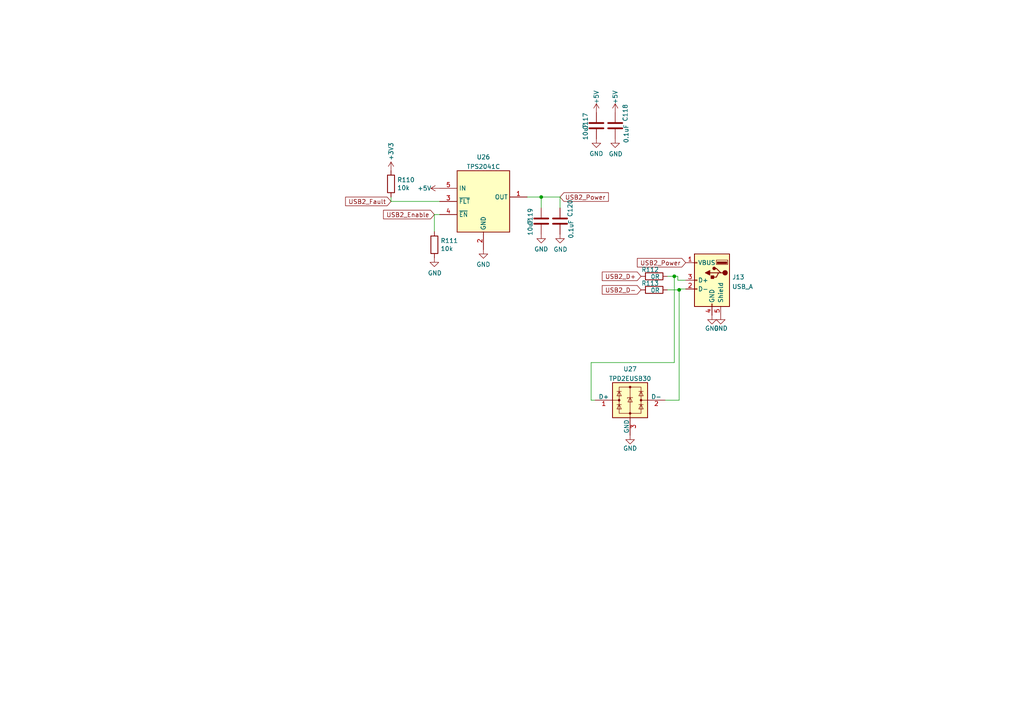
<source format=kicad_sch>
(kicad_sch (version 20211123) (generator eeschema)
  (paper "A4")
  (lib_symbols
    (symbol "Connector:USB_A" (pin_names (offset 1.016))
      (property "Reference" "J" (at -5.08 11.43 0))
      (property "Value" "USB_A" (at -5.08 8.89 0))
      (symbol "USB_A_0_1"
        (rectangle (start -5.08 -7.62) (end 5.08 7.62) (stroke (width 0.254)) (fill (type background)))
        (circle (center -3.81 2.159) (radius 0.635) (stroke (width 0.254)) (fill (type outline)))
        (rectangle (start -1.524 4.826) (end -4.318 5.334) (fill (type outline)))
        (rectangle (start -1.27 4.572) (end -4.572 5.842))
        (circle (center -0.635 3.429) (radius 0.381) (stroke (width 0.254)) (fill (type outline)))
        (rectangle (start -0.127 -7.62) (end 0.127 -6.858))
        (polyline (pts (xy -3.175 2.159) (xy -2.54 2.159) (xy -1.27 3.429) (xy -0.635 3.429)) (stroke (width 0.254)))
        (polyline (pts (xy -2.54 2.159) (xy -1.905 2.159) (xy -1.27 0.889) (xy 0 0.889)) (stroke (width 0.254)))
        (polyline (pts (xy 0.635 2.794) (xy 0.635 1.524) (xy 1.905 2.159) (xy 0.635 2.794)) (stroke (width 0.254)) (fill (type outline)))
        (rectangle (start 0.254 1.27) (end -0.508 0.508) (stroke (width 0.254)) (fill (type outline)))
        (rectangle (start 5.08 -2.667) (end 4.318 -2.413))
        (rectangle (start 5.08 -0.127) (end 4.318 0.127))
        (rectangle (start 5.08 4.953) (end 4.318 5.207))
      )
      (symbol "USB_A_1_1"
        (polyline (pts (xy -1.905 2.159) (xy 0.635 2.159)) (stroke (width 0.254)))
        (pin power_in line (at 7.62 5.08 180) (length 2.54) (name "VBUS") (number "1"))
        (pin bidirectional line (at 7.62 -2.54 180) (length 2.54) (name "D-") (number "2"))
        (pin bidirectional line (at 7.62 0 180) (length 2.54) (name "D+") (number "3"))
        (pin power_in line (at 0 -10.16 90) (length 2.54) (name "GND") (number "4"))
        (pin passive line (at -2.54 -10.16 90) (length 2.54) (name "Shield") (number "5"))
      )
    )
    (symbol "Device:C" (pin_numbers hide) (pin_names (offset 0.254))
      (property "Reference" "C" (at 0.635 2.54 0))
      (property "Value" "C" (at 0.635 -2.54 0))
      (symbol "C_0_1"
        (polyline (pts (xy -2.032 -0.762) (xy 2.032 -0.762)) (stroke (width 0.508)))
        (polyline (pts (xy -2.032 0.762) (xy 2.032 0.762)) (stroke (width 0.508)))
      )
      (symbol "C_1_1"
        (pin passive line (at 0 3.81 270) (length 2.794) (name "~") (number "1"))
        (pin passive line (at 0 -3.81 90) (length 2.794) (name "~") (number "2"))
      )
    )
    (symbol "Device:R" (pin_numbers hide) (pin_names (offset 0))
      (property "Reference" "R" (at 2.032 0 90))
      (property "Value" "R" (at 0 0 90))
      (symbol "R_0_1"
        (rectangle (start -1.016 -2.54) (end 1.016 2.54) (stroke (width 0.254)))
      )
      (symbol "R_1_1"
        (pin passive line (at 0 3.81 270) (length 1.27) (name "~") (number "1"))
        (pin passive line (at 0 -3.81 90) (length 1.27) (name "~") (number "2"))
      )
    )
    (symbol "Power_Protection:TPD2EUSB30" (pin_names (offset 0))
      (property "Reference" "U" (at 0 6.35 0))
      (property "Value" "TPD2EUSB30" (at 7.62 -7.62 0))
      (symbol "TPD2EUSB30_0_1"
        (rectangle (start -5.08 5.08) (end 5.08 -5.08) (stroke (width 0.254)) (fill (type background)))
        (circle (center -3.175 0) (radius 0.2794) (fill (type outline)))
        (rectangle (start -3.175 3.81) (end 3.175 -3.81))
        (circle (center 0 -3.81) (radius 0.2794) (fill (type outline)))
        (polyline (pts (xy -5.08 0) (xy -3.175 0)))
        (polyline (pts (xy -3.81 -1.27) (xy -2.54 -1.27)))
        (polyline (pts (xy -3.81 2.54) (xy -2.54 2.54)))
        (polyline (pts (xy 0 3.81) (xy 0 -5.08)))
        (polyline (pts (xy 2.54 -1.27) (xy 3.81 -1.27)))
        (polyline (pts (xy 2.54 2.54) (xy 3.81 2.54)))
        (polyline (pts (xy 5.08 0) (xy 3.175 0)))
        (polyline (pts (xy 0.762 0.762) (xy -0.762 0.762) (xy -0.762 0.508)))
        (polyline (pts (xy -2.54 -2.54) (xy -3.81 -2.54) (xy -3.175 -1.27) (xy -2.54 -2.54)))
        (polyline (pts (xy -2.54 1.27) (xy -3.81 1.27) (xy -3.175 2.54) (xy -2.54 1.27)))
        (polyline (pts (xy 0.635 -0.508) (xy -0.635 -0.508) (xy 0 0.762) (xy 0.635 -0.508)))
        (polyline (pts (xy 3.81 -2.54) (xy 2.54 -2.54) (xy 3.175 -1.27) (xy 3.81 -2.54)))
        (polyline (pts (xy 3.81 1.27) (xy 2.54 1.27) (xy 3.175 2.54) (xy 3.81 1.27)))
        (circle (center 0 3.81) (radius 0.2794) (fill (type outline)))
        (circle (center 3.175 0) (radius 0.2794) (fill (type outline)))
      )
      (symbol "TPD2EUSB30_1_1"
        (pin passive line (at -10.16 0 0) (length 5.08) (name "D+") (number "1"))
        (pin passive line (at 10.16 0 180) (length 5.08) (name "D-") (number "2"))
        (pin passive line (at 0 -10.16 90) (length 5.08) (name "GND") (number "3"))
      )
    )
    (symbol "Symbols:TPS2041C"
      (property "Reference" "U" (at 0 10.16 0))
      (property "Value" "TPS2041C" (at 0 12.7 0))
      (symbol "TPS2041C_0_1"
        (rectangle (start -7.62 8.89) (end 7.62 -8.89) (stroke (width 0.254)) (fill (type background)))
      )
      (symbol "TPS2041C_1_1"
        (pin power_out line (at 12.7 1.27 180) (length 5.08) (name "OUT") (number "1"))
        (pin power_in line (at 0 -13.97 90) (length 5.08) (name "GND") (number "2"))
        (pin open_collector line (at -12.7 0 0) (length 5.08) (name "~{FLT}") (number "3"))
        (pin input line (at -12.7 -3.81 0) (length 5.08) (name "~{EN}") (number "4"))
        (pin power_in line (at -12.7 3.81 0) (length 5.08) (name "IN") (number "5"))
      )
    )
    (symbol "power:+3.3V" (power) (pin_names (offset 0))
      (property "Value" "+3.3V" (at 0 3.556 0))
      (symbol "+3.3V_0_1"
        (polyline (pts (xy -0.762 1.27) (xy 0 2.54)))
        (polyline (pts (xy 0 0) (xy 0 2.54)))
        (polyline (pts (xy 0 2.54) (xy 0.762 1.27)))
      )
      (symbol "+3.3V_1_1"
        (pin power_in line (at 0 0 90) (length 0) hide (name "+3V3") (number "1"))
      )
    )
    (symbol "power:+5V" (power) (pin_names (offset 0))
      (property "Value" "+5V" (at 0 3.556 0))
      (symbol "+5V_0_1"
        (polyline (pts (xy -0.762 1.27) (xy 0 2.54)))
        (polyline (pts (xy 0 0) (xy 0 2.54)))
        (polyline (pts (xy 0 2.54) (xy 0.762 1.27)))
      )
      (symbol "+5V_1_1"
        (pin power_in line (at 0 0 90) (length 0) hide (name "+5V") (number "1"))
      )
    )
    (symbol "power:GND" (power) (pin_names (offset 0))
      (property "Value" "GND" (at 0 -3.81 0))
      (symbol "GND_0_1"
        (polyline (pts (xy 0 0) (xy 0 -1.27) (xy 1.27 -1.27) (xy 0 -2.54) (xy -1.27 -1.27) (xy 0 -1.27)))
      )
      (symbol "GND_1_1"
        (pin power_in line (at 0 0 270) (length 0) hide (name "GND") (number "1"))
      )
    )
  )
  (junction (at 195.58 80.137))
  (junction (at 156.972 57.15))
  (junction (at 196.977 84.074))
  (wire (pts (xy 195.58 105.156) (xy 195.58 80.137)))
  (wire (pts (xy 171.45 105.156) (xy 195.58 105.156)))
  (wire (pts (xy 113.411 58.42) (xy 113.411 57.15)))
  (wire (pts (xy 196.596 80.137) (xy 195.58 80.137)))
  (wire (pts (xy 125.984 62.23) (xy 125.984 67.183)))
  (wire (pts (xy 198.882 81.28) (xy 196.596 81.28)))
  (wire (pts (xy 156.972 57.15) (xy 162.433 57.15)))
  (wire (pts (xy 171.45 116.078) (xy 171.45 105.156)))
  (wire (pts (xy 192.913 116.078) (xy 196.977 116.078)))
  (wire (pts (xy 197.358 83.82) (xy 198.882 83.82)))
  (wire (pts (xy 195.58 80.137) (xy 193.548 80.137)))
  (wire (pts (xy 196.977 116.078) (xy 196.977 84.074)))
  (wire (pts (xy 196.977 84.074) (xy 197.358 84.074)))
  (wire (pts (xy 156.972 57.15) (xy 156.972 60.325)))
  (wire (pts (xy 162.433 57.15) (xy 162.433 60.325)))
  (wire (pts (xy 152.908 57.15) (xy 156.972 57.15)))
  (wire (pts (xy 127.508 62.23) (xy 125.984 62.23)))
  (wire (pts (xy 172.593 116.078) (xy 171.45 116.078)))
  (wire (pts (xy 196.596 81.28) (xy 196.596 80.137)))
  (wire (pts (xy 197.358 84.074) (xy 197.358 83.82)))
  (wire (pts (xy 127.508 58.42) (xy 113.411 58.42)))
  (wire (pts (xy 193.548 84.074) (xy 196.977 84.074)))
  (global_label "USB2_D+" (shape input) (at 185.928 80.137 180) (property "Intersheet References" "${INTERSHEET_REFS}" (effects hide)))
  (global_label "USB2_D-" (shape input) (at 185.928 84.074 180) (property "Intersheet References" "${INTERSHEET_REFS}" (effects hide)))
  (global_label "USB2_Power" (shape input) (at 198.882 76.2 180) (property "Intersheet References" "${INTERSHEET_REFS}" (effects hide)))
  (global_label "USB2_Power" (shape input) (at 162.433 57.15 0) (property "Intersheet References" "${INTERSHEET_REFS}" (effects hide)))
  (global_label "USB2_Enable" (shape input) (at 125.984 62.23 180) (property "Intersheet References" "${INTERSHEET_REFS}" (effects hide)))
  (global_label "USB2_Fault" (shape input) (at 113.411 58.42 180) (property "Intersheet References" "${INTERSHEET_REFS}" (effects hide)))
  (symbol (lib_id "power:+5V") (at 178.435 32.639 0) (unit 1)
    (property "Reference" "#PWR0364" (effects hide))
    (property "Value" "+5V" (at 178.435 26.162 90) (effects (justify right)))
  )
  (symbol (lib_id "power:GND") (at 140.208 72.39 0) (unit 1)
    (property "Reference" "#PWR0371" (effects hide))
    (property "Value" "GND" (at 140.208 76.708 0))
  )
  (symbol (lib_id "power:GND") (at 156.972 67.945 0) (unit 1)
    (property "Reference" "#PWR0369" (effects hide))
    (property "Value" "GND" (at 156.972 72.263 0))
  )
  (symbol (lib_id "power:+5V") (at 127.508 54.61 90) (unit 1)
    (property "Reference" "#PWR0368" (effects hide))
    (property "Value" "+5V" (at 121.031 54.61 90) (effects (justify right)))
  )
  (symbol (lib_id "power:GND") (at 206.502 91.44 0) (unit 1)
    (property "Reference" "#PWR0373" (effects hide))
    (property "Value" "GND" (at 206.502 95.25 0))
  )
  (symbol (lib_id "power:+5V") (at 172.974 32.639 0) (unit 1)
    (property "Reference" "#PWR0363" (effects hide))
    (property "Value" "+5V" (at 172.974 26.162 90) (effects (justify right)))
  )
  (symbol (lib_id "power:GND") (at 172.974 40.259 0) (unit 1)
    (property "Reference" "#PWR0365" (effects hide))
    (property "Value" "GND" (at 172.974 44.577 0))
  )
  (symbol (lib_id "Device:C") (at 172.974 36.449 180) (unit 1)
    (property "Reference" "C117" (at 169.799 32.639 90) (effects (justify left)))
    (property "Value" "10uF" (at 169.799 35.814 90) (effects (justify left)))
    (property "Footprint" "Capacitor_SMD:C_0805_2012Metric" (effects hide))
  )
  (symbol (lib_id "Device:R") (at 189.738 80.137 90) (unit 1)
    (property "Reference" "R112" (at 191.135 78.232 90) (effects (justify left)))
    (property "Value" "0R" (at 191.389 80.264 90) (effects (justify left)))
    (property "Footprint" "Resistor_SMD:R_0603_1608Metric" (effects hide))
  )
  (symbol (lib_id "Device:C") (at 156.972 64.135 180) (unit 1)
    (property "Reference" "C119" (at 153.797 60.325 90) (effects (justify left)))
    (property "Value" "10uF" (at 153.797 63.5 90) (effects (justify left)))
    (property "Footprint" "Capacitor_SMD:C_0805_2012Metric" (effects hide))
  )
  (symbol (lib_id "Device:C") (at 162.433 64.135 0) (unit 1)
    (property "Reference" "C120" (at 165.354 62.9666 90) (effects (justify left)))
    (property "Value" "0.1uF" (at 165.608 69.215 90) (effects (justify left)))
    (property "Footprint" "Capacitor_SMD:C_0603_1608Metric" (effects hide))
  )
  (symbol (lib_id "power:+3.3V") (at 113.411 49.53 0) (unit 1)
    (property "Reference" "#PWR0125" (effects hide))
    (property "Value" "+3.3V" (at 113.411 43.942 90))
  )
  (symbol (lib_id "Device:R") (at 113.411 53.34 0) (unit 1)
    (property "Reference" "R110" (at 115.189 52.1716 0) (effects (justify left)))
    (property "Value" "10k" (at 115.189 54.483 0) (effects (justify left)))
    (property "Footprint" "Resistor_SMD:R_0603_1608Metric" (effects hide))
  )
  (symbol (lib_id "power:GND") (at 182.753 126.238 0) (unit 1)
    (property "Reference" "#PWR0375" (effects hide))
    (property "Value" "GND" (at 182.753 130.048 0))
  )
  (symbol (lib_id "power:GND") (at 162.433 67.945 0) (unit 1)
    (property "Reference" "#PWR0370" (effects hide))
    (property "Value" "GND" (at 162.56 72.3392 0))
  )
  (symbol (lib_id "Device:C") (at 178.435 36.449 0) (unit 1)
    (property "Reference" "C118" (at 181.356 35.2806 90) (effects (justify left)))
    (property "Value" "0.1uF" (at 181.61 41.529 90) (effects (justify left)))
    (property "Footprint" "Capacitor_SMD:C_0603_1608Metric" (effects hide))
  )
  (symbol (lib_id "Symbols:TPS2041C") (at 140.208 58.42 0) (unit 1)
    (property "Reference" "U26" (at 140.208 45.5635 0))
    (property "Value" "TPS2041C" (at 140.208 48.3386 0))
    (property "Footprint" "Package_TO_SOT_SMD:SOT-23-5" (effects hide))
  )
  (symbol (lib_id "Device:R") (at 189.738 84.074 90) (unit 1)
    (property "Reference" "R113" (at 191.135 82.169 90) (effects (justify left)))
    (property "Value" "0R" (at 191.389 84.201 90) (effects (justify left)))
    (property "Footprint" "Resistor_SMD:R_0603_1608Metric" (effects hide))
  )
  (symbol (lib_id "power:GND") (at 178.435 40.259 0) (unit 1)
    (property "Reference" "#PWR0366" (effects hide))
    (property "Value" "GND" (at 178.562 44.6532 0))
  )
  (symbol (lib_id "Connector:USB_A") (at 206.502 81.28 0) (mirror y) (unit 1)
    (property "Reference" "J13" (at 212.344 80.3715 0) (effects (justify right)))
    (property "Value" "USB_A" (at 212.344 83.1466 0) (effects (justify right)))
    (property "Footprint" "Connector_USB:USB_A_Wuerth_614004134726_Horizontal" (effects hide))
    (property "Datasheet" " ~" (effects hide))
  )
  (symbol (lib_id "power:GND") (at 209.042 91.44 0) (unit 1)
    (property "Reference" "#PWR0374" (effects hide))
    (property "Value" "GND" (at 209.042 95.25 0))
  )
  (symbol (lib_id "Power_Protection:TPD2EUSB30") (at 182.753 116.078 0) (unit 1)
    (property "Reference" "U27" (at 182.753 107.0315 0))
    (property "Value" "TPD2EUSB30" (at 182.753 109.8066 0))
    (property "Footprint" "Package_TO_SOT_SMD:Texas_DRT-3" (effects hide))
    (property "Datasheet" "http://www.ti.com/lit/ds/symlink/tpd2eusb30a.pdf" (effects hide))
  )
  (symbol (lib_id "power:GND") (at 125.984 74.803 0) (unit 1)
    (property "Reference" "#PWR0372" (effects hide))
    (property "Value" "GND" (at 126.111 79.1972 0))
  )
  (symbol (lib_id "Device:R") (at 125.984 70.993 0) (unit 1)
    (property "Reference" "R111" (at 127.762 69.8246 0) (effects (justify left)))
    (property "Value" "10k" (at 127.762 72.136 0) (effects (justify left)))
    (property "Footprint" "Resistor_SMD:R_0603_1608Metric" (effects hide))
  )
)
</source>
